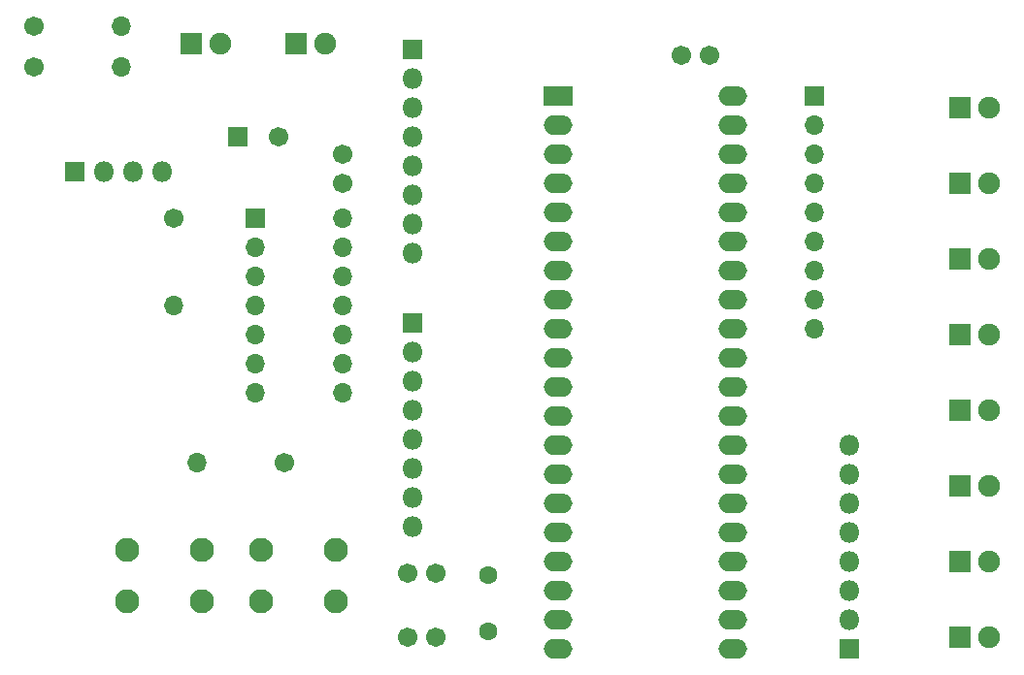
<source format=gbr>
G04 #@! TF.GenerationSoftware,KiCad,Pcbnew,(5.1.5)-3*
G04 #@! TF.CreationDate,2020-04-06T14:20:25-04:00*
G04 #@! TF.ProjectId,atusbprog,61747573-6270-4726-9f67-2e6b69636164,rev?*
G04 #@! TF.SameCoordinates,Original*
G04 #@! TF.FileFunction,Soldermask,Bot*
G04 #@! TF.FilePolarity,Negative*
%FSLAX46Y46*%
G04 Gerber Fmt 4.6, Leading zero omitted, Abs format (unit mm)*
G04 Created by KiCad (PCBNEW (5.1.5)-3) date 2020-04-06 14:20:25*
%MOMM*%
%LPD*%
G04 APERTURE LIST*
%ADD10C,1.701600*%
%ADD11O,1.701600X1.701600*%
%ADD12R,1.901600X1.901600*%
%ADD13C,1.901600*%
%ADD14C,2.101600*%
%ADD15R,1.701600X1.701600*%
%ADD16C,1.601600*%
%ADD17O,2.501600X1.701600*%
%ADD18R,2.501600X1.701600*%
%ADD19O,1.801600X1.801600*%
%ADD20R,1.801600X1.801600*%
G04 APERTURE END LIST*
D10*
X107188000Y-68580000D03*
D11*
X114808000Y-68580000D03*
D10*
X107188000Y-72136000D03*
D11*
X114808000Y-72136000D03*
D12*
X130048000Y-70104000D03*
D13*
X132588000Y-70104000D03*
D12*
X120904000Y-70104000D03*
D13*
X123444000Y-70104000D03*
D14*
X127000000Y-118800000D03*
X127000000Y-114300000D03*
X133500000Y-118800000D03*
X133500000Y-114300000D03*
X121816000Y-114300000D03*
X121816000Y-118800000D03*
X115316000Y-114300000D03*
X115316000Y-118800000D03*
D10*
X128468000Y-78232000D03*
D15*
X124968000Y-78232000D03*
D10*
X134112000Y-82296000D03*
X134112000Y-79796000D03*
X139740000Y-116332000D03*
X142240000Y-116332000D03*
X142240000Y-121920000D03*
X139740000Y-121920000D03*
X163616000Y-71120000D03*
X166116000Y-71120000D03*
D16*
X146812000Y-116532000D03*
X146812000Y-121412000D03*
D11*
X134112000Y-85344000D03*
X126492000Y-100584000D03*
X134112000Y-87884000D03*
X126492000Y-98044000D03*
X134112000Y-90424000D03*
X126492000Y-95504000D03*
X134112000Y-92964000D03*
X126492000Y-92964000D03*
X134112000Y-95504000D03*
X126492000Y-90424000D03*
X134112000Y-98044000D03*
X126492000Y-87884000D03*
X134112000Y-100584000D03*
D15*
X126492000Y-85344000D03*
D17*
X168148000Y-74676000D03*
X152908000Y-122936000D03*
X168148000Y-77216000D03*
X152908000Y-120396000D03*
X168148000Y-79756000D03*
X152908000Y-117856000D03*
X168148000Y-82296000D03*
X152908000Y-115316000D03*
X168148000Y-84836000D03*
X152908000Y-112776000D03*
X168148000Y-87376000D03*
X152908000Y-110236000D03*
X168148000Y-89916000D03*
X152908000Y-107696000D03*
X168148000Y-92456000D03*
X152908000Y-105156000D03*
X168148000Y-94996000D03*
X152908000Y-102616000D03*
X168148000Y-97536000D03*
X152908000Y-100076000D03*
X168148000Y-100076000D03*
X152908000Y-97536000D03*
X168148000Y-102616000D03*
X152908000Y-94996000D03*
X168148000Y-105156000D03*
X152908000Y-92456000D03*
X168148000Y-107696000D03*
X152908000Y-89916000D03*
X168148000Y-110236000D03*
X152908000Y-87376000D03*
X168148000Y-112776000D03*
X152908000Y-84836000D03*
X168148000Y-115316000D03*
X152908000Y-82296000D03*
X168148000Y-117856000D03*
X152908000Y-79756000D03*
X168148000Y-120396000D03*
X152908000Y-77216000D03*
X168148000Y-122936000D03*
D18*
X152908000Y-74676000D03*
D12*
X187960000Y-88900000D03*
D13*
X190500000Y-88900000D03*
X190500000Y-75692000D03*
D12*
X187960000Y-75692000D03*
X187960000Y-82296000D03*
D13*
X190500000Y-82296000D03*
X190500000Y-95504000D03*
D12*
X187960000Y-95504000D03*
X187960000Y-108712000D03*
D13*
X190500000Y-108712000D03*
X190500000Y-121920000D03*
D12*
X187960000Y-121920000D03*
X187960000Y-102108000D03*
D13*
X190500000Y-102108000D03*
X190500000Y-115316000D03*
D12*
X187960000Y-115316000D03*
D19*
X118364000Y-81280000D03*
X115824000Y-81280000D03*
X113284000Y-81280000D03*
D20*
X110744000Y-81280000D03*
D19*
X140208000Y-88392000D03*
X140208000Y-85852000D03*
X140208000Y-83312000D03*
X140208000Y-80772000D03*
X140208000Y-78232000D03*
X140208000Y-75692000D03*
X140208000Y-73152000D03*
D20*
X140208000Y-70612000D03*
X140208000Y-94488000D03*
D19*
X140208000Y-97028000D03*
X140208000Y-99568000D03*
X140208000Y-102108000D03*
X140208000Y-104648000D03*
X140208000Y-107188000D03*
X140208000Y-109728000D03*
X140208000Y-112268000D03*
X178308000Y-105156000D03*
X178308000Y-107696000D03*
X178308000Y-110236000D03*
X178308000Y-112776000D03*
X178308000Y-115316000D03*
X178308000Y-117856000D03*
X178308000Y-120396000D03*
D20*
X178308000Y-122936000D03*
D11*
X175260000Y-94996000D03*
X175260000Y-92456000D03*
X175260000Y-89916000D03*
X175260000Y-87376000D03*
X175260000Y-84836000D03*
X175260000Y-82296000D03*
X175260000Y-79756000D03*
X175260000Y-77216000D03*
D15*
X175260000Y-74676000D03*
D10*
X129032000Y-106680000D03*
D11*
X121412000Y-106680000D03*
X119380000Y-92964000D03*
D10*
X119380000Y-85344000D03*
M02*

</source>
